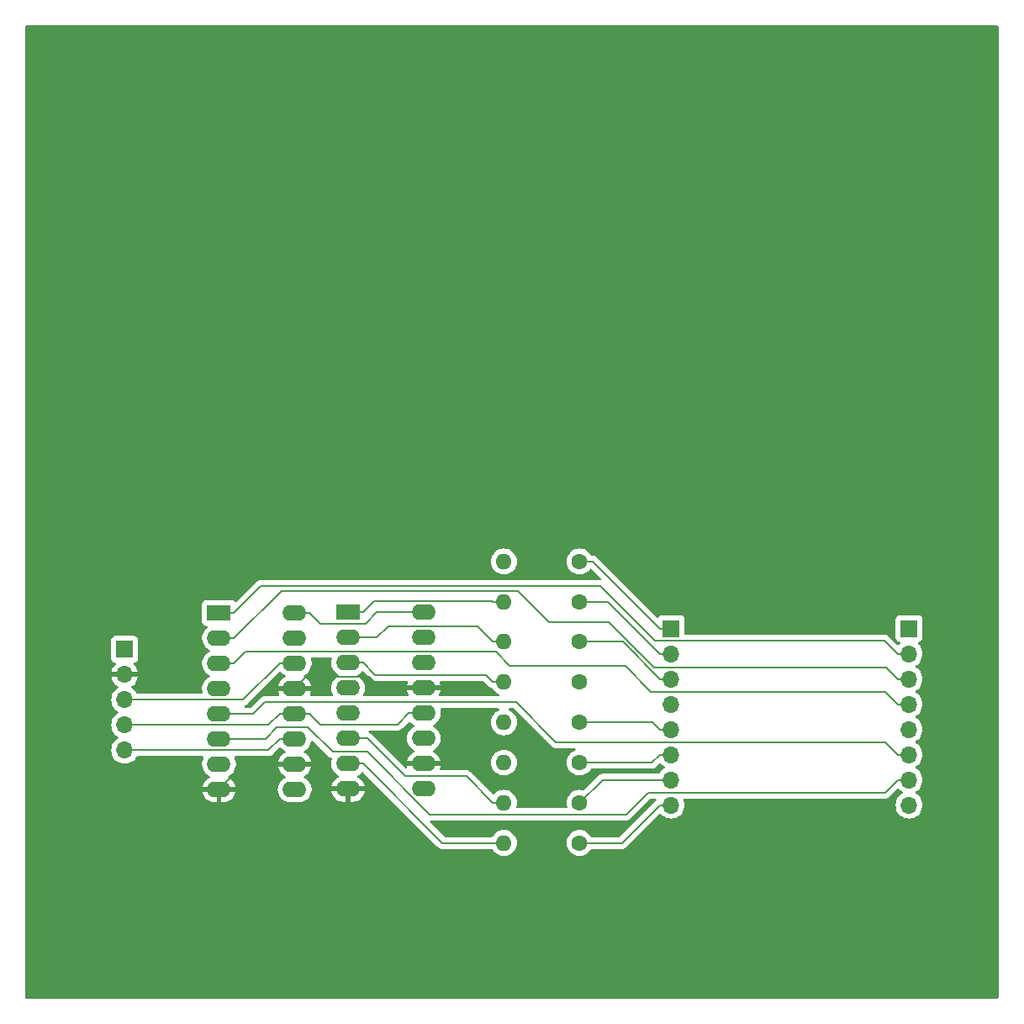
<source format=gbr>
%TF.GenerationSoftware,KiCad,Pcbnew,8.0.5*%
%TF.CreationDate,2024-10-20T14:37:55+01:00*%
%TF.ProjectId,Matrix pcb,4d617472-6978-4207-9063-622e6b696361,rev?*%
%TF.SameCoordinates,Original*%
%TF.FileFunction,Copper,L1,Top*%
%TF.FilePolarity,Positive*%
%FSLAX46Y46*%
G04 Gerber Fmt 4.6, Leading zero omitted, Abs format (unit mm)*
G04 Created by KiCad (PCBNEW 8.0.5) date 2024-10-20 14:37:55*
%MOMM*%
%LPD*%
G01*
G04 APERTURE LIST*
%TA.AperFunction,ComponentPad*%
%ADD10R,1.700000X1.700000*%
%TD*%
%TA.AperFunction,ComponentPad*%
%ADD11O,1.700000X1.700000*%
%TD*%
%TA.AperFunction,ComponentPad*%
%ADD12C,1.600000*%
%TD*%
%TA.AperFunction,ComponentPad*%
%ADD13O,1.600000X1.600000*%
%TD*%
%TA.AperFunction,ComponentPad*%
%ADD14O,2.400000X1.600000*%
%TD*%
%TA.AperFunction,ComponentPad*%
%ADD15R,2.400000X1.600000*%
%TD*%
%TA.AperFunction,Conductor*%
%ADD16C,0.200000*%
%TD*%
G04 APERTURE END LIST*
D10*
%TO.P,J2,1,Pin_1*%
%TO.N,Net-(J2-Pin_1)*%
X146500000Y-121224100D03*
D11*
%TO.P,J2,2,Pin_2*%
%TO.N,Net-(J2-Pin_2)*%
X146500000Y-123764100D03*
%TO.P,J2,3,Pin_3*%
%TO.N,Net-(J2-Pin_3)*%
X146500000Y-126304100D03*
%TO.P,J2,4,Pin_4*%
%TO.N,Net-(J2-Pin_4)*%
X146500000Y-128844100D03*
%TO.P,J2,5,Pin_5*%
%TO.N,Net-(J2-Pin_5)*%
X146500000Y-131384100D03*
%TO.P,J2,6,Pin_6*%
%TO.N,Net-(J2-Pin_6)*%
X146500000Y-133924100D03*
%TO.P,J2,7,Pin_7*%
%TO.N,Net-(J2-Pin_7)*%
X146500000Y-136464100D03*
%TO.P,J2,8,Pin_8*%
%TO.N,Net-(J2-Pin_8)*%
X146500000Y-139004100D03*
%TD*%
D12*
%TO.P,R3,1*%
%TO.N,Net-(J3-Pin_6)*%
X113310000Y-134724100D03*
D13*
%TO.P,R3,2*%
%TO.N,Net-(Columns1-QF)*%
X105690000Y-134724100D03*
%TD*%
D12*
%TO.P,R5,1*%
%TO.N,Net-(J3-Pin_4)*%
X113310000Y-126624100D03*
D13*
%TO.P,R5,2*%
%TO.N,Net-(Columns1-QD)*%
X105690000Y-126624100D03*
%TD*%
D12*
%TO.P,R2,1*%
%TO.N,Net-(J3-Pin_7)*%
X113310000Y-138774100D03*
D13*
%TO.P,R2,2*%
%TO.N,Net-(Columns1-QG)*%
X105690000Y-138774100D03*
%TD*%
D12*
%TO.P,R6,1*%
%TO.N,Net-(J3-Pin_3)*%
X113310000Y-122574100D03*
D13*
%TO.P,R6,2*%
%TO.N,Net-(Columns1-QC)*%
X105690000Y-122574100D03*
%TD*%
D14*
%TO.P,Rows1,16,VCC*%
%TO.N,+5V*%
X84620000Y-119644100D03*
%TO.P,Rows1,15,QA*%
%TO.N,Net-(J2-Pin_1)*%
X84620000Y-122184100D03*
%TO.P,Rows1,14,SER*%
%TO.N,Net-(J1-Pin_3)*%
X84620000Y-124724100D03*
%TO.P,Rows1,13,~{OE}*%
%TO.N,GND*%
X84620000Y-127264100D03*
%TO.P,Rows1,12,RCLK*%
%TO.N,Net-(Columns1-RCLK)*%
X84620000Y-129804100D03*
%TO.P,Rows1,11,SRCLK*%
%TO.N,Net-(Columns1-SRCLK)*%
X84620000Y-132344100D03*
%TO.P,Rows1,10,~{SRCLR}*%
%TO.N,GND*%
X84620000Y-134884100D03*
%TO.P,Rows1,9,QH'*%
%TO.N,Net-(Columns1-SER)*%
X84620000Y-137424100D03*
%TO.P,Rows1,8,GND*%
%TO.N,GND*%
X77000000Y-137424100D03*
%TO.P,Rows1,7,QH*%
%TO.N,Net-(J2-Pin_8)*%
X77000000Y-134884100D03*
%TO.P,Rows1,6,QG*%
%TO.N,Net-(J2-Pin_7)*%
X77000000Y-132344100D03*
%TO.P,Rows1,5,QF*%
%TO.N,Net-(J2-Pin_6)*%
X77000000Y-129804100D03*
%TO.P,Rows1,4,QE*%
%TO.N,Net-(J2-Pin_5)*%
X77000000Y-127264100D03*
%TO.P,Rows1,3,QD*%
%TO.N,Net-(J2-Pin_4)*%
X77000000Y-124724100D03*
%TO.P,Rows1,2,QC*%
%TO.N,Net-(J2-Pin_3)*%
X77000000Y-122184100D03*
D15*
%TO.P,Rows1,1,QB*%
%TO.N,Net-(J2-Pin_2)*%
X77000000Y-119644100D03*
%TD*%
D11*
%TO.P,J1,5,Pin_5*%
%TO.N,Net-(Columns1-SRCLK)*%
X67500000Y-133479100D03*
%TO.P,J1,4,Pin_4*%
%TO.N,Net-(Columns1-RCLK)*%
X67500000Y-130939100D03*
%TO.P,J1,3,Pin_3*%
%TO.N,Net-(J1-Pin_3)*%
X67500000Y-128399100D03*
%TO.P,J1,2,Pin_2*%
%TO.N,GND*%
X67500000Y-125859100D03*
D10*
%TO.P,J1,1,Pin_1*%
%TO.N,+5V*%
X67500000Y-123319100D03*
%TD*%
D12*
%TO.P,R8,1*%
%TO.N,Net-(J3-Pin_1)*%
X113310000Y-114474100D03*
D13*
%TO.P,R8,2*%
%TO.N,Net-(Columns1-QA)*%
X105690000Y-114474100D03*
%TD*%
D15*
%TO.P,Columns1,1,QB*%
%TO.N,Net-(Columns1-QB)*%
X90000000Y-119604100D03*
D14*
%TO.P,Columns1,2,QC*%
%TO.N,Net-(Columns1-QC)*%
X90000000Y-122144100D03*
%TO.P,Columns1,3,QD*%
%TO.N,Net-(Columns1-QD)*%
X90000000Y-124684100D03*
%TO.P,Columns1,4,QE*%
%TO.N,Net-(Columns1-QE)*%
X90000000Y-127224100D03*
%TO.P,Columns1,5,QF*%
%TO.N,Net-(Columns1-QF)*%
X90000000Y-129764100D03*
%TO.P,Columns1,6,QG*%
%TO.N,Net-(Columns1-QG)*%
X90000000Y-132304100D03*
%TO.P,Columns1,7,QH*%
%TO.N,Net-(Columns1-QH)*%
X90000000Y-134844100D03*
%TO.P,Columns1,8,GND*%
%TO.N,GND*%
X90000000Y-137384100D03*
%TO.P,Columns1,9,QH'*%
%TO.N,unconnected-(Columns1-QH'-Pad9)*%
X97620000Y-137384100D03*
%TO.P,Columns1,10,~{SRCLR}*%
%TO.N,GND*%
X97620000Y-134844100D03*
%TO.P,Columns1,11,SRCLK*%
%TO.N,Net-(Columns1-SRCLK)*%
X97620000Y-132304100D03*
%TO.P,Columns1,12,RCLK*%
%TO.N,Net-(Columns1-RCLK)*%
X97620000Y-129764100D03*
%TO.P,Columns1,13,~{OE}*%
%TO.N,GND*%
X97620000Y-127224100D03*
%TO.P,Columns1,14,SER*%
%TO.N,Net-(Columns1-SER)*%
X97620000Y-124684100D03*
%TO.P,Columns1,15,QA*%
%TO.N,Net-(Columns1-QA)*%
X97620000Y-122144100D03*
%TO.P,Columns1,16,VCC*%
%TO.N,+5V*%
X97620000Y-119604100D03*
%TD*%
D10*
%TO.P,J3,1,Pin_1*%
%TO.N,Net-(J3-Pin_1)*%
X122540000Y-121224100D03*
D11*
%TO.P,J3,2,Pin_2*%
%TO.N,Net-(J3-Pin_2)*%
X122540000Y-123764100D03*
%TO.P,J3,3,Pin_3*%
%TO.N,Net-(J3-Pin_3)*%
X122540000Y-126304100D03*
%TO.P,J3,4,Pin_4*%
%TO.N,Net-(J3-Pin_4)*%
X122540000Y-128844100D03*
%TO.P,J3,5,Pin_5*%
%TO.N,Net-(J3-Pin_5)*%
X122540000Y-131384100D03*
%TO.P,J3,6,Pin_6*%
%TO.N,Net-(J3-Pin_6)*%
X122540000Y-133924100D03*
%TO.P,J3,7,Pin_7*%
%TO.N,Net-(J3-Pin_7)*%
X122540000Y-136464100D03*
%TO.P,J3,8,Pin_8*%
%TO.N,Net-(J3-Pin_8)*%
X122540000Y-139004100D03*
%TD*%
D12*
%TO.P,R4,1*%
%TO.N,Net-(J3-Pin_5)*%
X113310000Y-130674100D03*
D13*
%TO.P,R4,2*%
%TO.N,Net-(Columns1-QE)*%
X105690000Y-130674100D03*
%TD*%
D12*
%TO.P,R7,1*%
%TO.N,Net-(J3-Pin_2)*%
X113310000Y-118524100D03*
D13*
%TO.P,R7,2*%
%TO.N,Net-(Columns1-QB)*%
X105690000Y-118524100D03*
%TD*%
D12*
%TO.P,R1,1*%
%TO.N,Net-(J3-Pin_8)*%
X113310000Y-142824100D03*
D13*
%TO.P,R1,2*%
%TO.N,Net-(Columns1-QH)*%
X105690000Y-142824100D03*
%TD*%
D16*
%TO.N,GND*%
X92124100Y-126124100D02*
X93224100Y-127224100D01*
X93224100Y-127224100D02*
X97620000Y-127224100D01*
X85760000Y-126124100D02*
X92124100Y-126124100D01*
X84620000Y-127264100D02*
X85760000Y-126124100D01*
X79540000Y-134884100D02*
X77000000Y-137424100D01*
X84620000Y-134884100D02*
X79540000Y-134884100D01*
%TO.N,Net-(J3-Pin_6)*%
X120588300Y-134724100D02*
X121388300Y-133924100D01*
X113310000Y-134724100D02*
X120588300Y-134724100D01*
X122540000Y-133924100D02*
X121388300Y-133924100D01*
%TO.N,Net-(J3-Pin_1)*%
X122540000Y-121224100D02*
X121388300Y-121224100D01*
X114638300Y-114474100D02*
X121388300Y-121224100D01*
X113310000Y-114474100D02*
X114638300Y-114474100D01*
%TO.N,Net-(J3-Pin_5)*%
X120678300Y-130674100D02*
X121388300Y-131384100D01*
X113310000Y-130674100D02*
X120678300Y-130674100D01*
X122540000Y-131384100D02*
X121388300Y-131384100D01*
%TO.N,Net-(J3-Pin_8)*%
X117568300Y-142824100D02*
X121388300Y-139004100D01*
X113310000Y-142824100D02*
X117568300Y-142824100D01*
X122540000Y-139004100D02*
X121388300Y-139004100D01*
%TO.N,Net-(J3-Pin_2)*%
X122540000Y-123764100D02*
X121388300Y-123764100D01*
X116148300Y-118524100D02*
X121388300Y-123764100D01*
X113310000Y-118524100D02*
X116148300Y-118524100D01*
%TO.N,Net-(J3-Pin_7)*%
X115620000Y-136464100D02*
X122540000Y-136464100D01*
X113310000Y-138774100D02*
X115620000Y-136464100D01*
%TO.N,Net-(J3-Pin_3)*%
X122540000Y-126304100D02*
X121388300Y-126304100D01*
X117658300Y-122574100D02*
X121388300Y-126304100D01*
X113310000Y-122574100D02*
X117658300Y-122574100D01*
%TO.N,Net-(J2-Pin_6)*%
X144078300Y-132654100D02*
X145348300Y-133924100D01*
X110939200Y-132654100D02*
X144078300Y-132654100D01*
X106936500Y-128651400D02*
X110939200Y-132654100D01*
X81586600Y-128651400D02*
X106936500Y-128651400D01*
X80433900Y-129804100D02*
X81586600Y-128651400D01*
X77000000Y-129804100D02*
X80433900Y-129804100D01*
X146500000Y-133924100D02*
X145348300Y-133924100D01*
%TO.N,Net-(J2-Pin_7)*%
X144078300Y-137734100D02*
X145348300Y-136464100D01*
X120207800Y-137734100D02*
X144078300Y-137734100D01*
X118010100Y-139931800D02*
X120207800Y-137734100D01*
X98209600Y-139931800D02*
X118010100Y-139931800D01*
X91938300Y-133660500D02*
X98209600Y-139931800D01*
X88445900Y-133660500D02*
X91938300Y-133660500D01*
X85969300Y-131183900D02*
X88445900Y-133660500D01*
X82823000Y-131183900D02*
X85969300Y-131183900D01*
X81662800Y-132344100D02*
X82823000Y-131183900D01*
X77000000Y-132344100D02*
X81662800Y-132344100D01*
X146500000Y-136464100D02*
X145348300Y-136464100D01*
%TO.N,Net-(J2-Pin_3)*%
X146500000Y-126304100D02*
X145348300Y-126304100D01*
X77000000Y-122184100D02*
X78501700Y-122184100D01*
X144196600Y-125152400D02*
X145348300Y-126304100D01*
X120849700Y-125152400D02*
X144196600Y-125152400D01*
X116246400Y-120549100D02*
X120849700Y-125152400D01*
X110209100Y-120549100D02*
X116246400Y-120549100D01*
X107075000Y-117415000D02*
X110209100Y-120549100D01*
X83270800Y-117415000D02*
X107075000Y-117415000D01*
X78501700Y-122184100D02*
X83270800Y-117415000D01*
%TO.N,Net-(J2-Pin_2)*%
X144018300Y-122434100D02*
X145348300Y-123764100D01*
X120895400Y-122434100D02*
X144018300Y-122434100D01*
X115424800Y-116963500D02*
X120895400Y-122434100D01*
X81182300Y-116963500D02*
X115424800Y-116963500D01*
X78501700Y-119644100D02*
X81182300Y-116963500D01*
X77000000Y-119644100D02*
X78501700Y-119644100D01*
X146500000Y-123764100D02*
X145348300Y-123764100D01*
%TO.N,Net-(J2-Pin_4)*%
X144078300Y-127574100D02*
X145348300Y-128844100D01*
X120507400Y-127574100D02*
X144078300Y-127574100D01*
X117907900Y-124974600D02*
X120507400Y-127574100D01*
X106290600Y-124974600D02*
X117907900Y-124974600D01*
X104863400Y-123547400D02*
X106290600Y-124974600D01*
X79678400Y-123547400D02*
X104863400Y-123547400D01*
X78501700Y-124724100D02*
X79678400Y-123547400D01*
X77000000Y-124724100D02*
X78501700Y-124724100D01*
X146500000Y-128844100D02*
X145348300Y-128844100D01*
%TO.N,Net-(J1-Pin_3)*%
X79443300Y-128399100D02*
X83118300Y-124724100D01*
X67500000Y-128399100D02*
X79443300Y-128399100D01*
X84620000Y-124724100D02*
X83118300Y-124724100D01*
%TO.N,Net-(Columns1-RCLK)*%
X83869200Y-129804100D02*
X83118300Y-129804100D01*
X83869200Y-129804100D02*
X84620000Y-129804100D01*
X84620000Y-129804100D02*
X86121700Y-129804100D01*
X87210300Y-130892700D02*
X86121700Y-129804100D01*
X94989700Y-130892700D02*
X87210300Y-130892700D01*
X96118300Y-129764100D02*
X94989700Y-130892700D01*
X81983300Y-130939100D02*
X67500000Y-130939100D01*
X83118300Y-129804100D02*
X81983300Y-130939100D01*
X97620000Y-129764100D02*
X96118300Y-129764100D01*
%TO.N,Net-(Columns1-QG)*%
X101928300Y-136114100D02*
X104588300Y-138774100D01*
X95745800Y-136114100D02*
X101928300Y-136114100D01*
X91935800Y-132304100D02*
X95745800Y-136114100D01*
X90000000Y-132304100D02*
X91935800Y-132304100D01*
X105690000Y-138774100D02*
X104588300Y-138774100D01*
%TO.N,Net-(Columns1-SRCLK)*%
X81983300Y-133479100D02*
X83118300Y-132344100D01*
X67500000Y-133479100D02*
X81983300Y-133479100D01*
X84620000Y-132344100D02*
X83118300Y-132344100D01*
%TO.N,Net-(Columns1-QC)*%
X103051800Y-121037600D02*
X104588300Y-122574100D01*
X94022600Y-121037600D02*
X103051800Y-121037600D01*
X92916100Y-122144100D02*
X94022600Y-121037600D01*
X90000000Y-122144100D02*
X92916100Y-122144100D01*
X105690000Y-122574100D02*
X104588300Y-122574100D01*
%TO.N,+5V*%
X92904300Y-119604100D02*
X97620000Y-119604100D01*
X91795800Y-120712600D02*
X92904300Y-119604100D01*
X87190200Y-120712600D02*
X91795800Y-120712600D01*
X86121700Y-119644100D02*
X87190200Y-120712600D01*
X84620000Y-119644100D02*
X86121700Y-119644100D01*
%TO.N,Net-(Columns1-QH)*%
X99481700Y-142824100D02*
X105690000Y-142824100D01*
X91501700Y-134844100D02*
X99481700Y-142824100D01*
X90000000Y-134844100D02*
X91501700Y-134844100D01*
%TO.N,Net-(Columns1-QD)*%
X103877000Y-125912800D02*
X104588300Y-126624100D01*
X92730400Y-125912800D02*
X103877000Y-125912800D01*
X91501700Y-124684100D02*
X92730400Y-125912800D01*
X90000000Y-124684100D02*
X91501700Y-124684100D01*
X105690000Y-126624100D02*
X104588300Y-126624100D01*
%TO.N,Net-(Columns1-QB)*%
X104566500Y-118502300D02*
X104588300Y-118524100D01*
X92603500Y-118502300D02*
X104566500Y-118502300D01*
X91501700Y-119604100D02*
X92603500Y-118502300D01*
X90000000Y-119604100D02*
X91501700Y-119604100D01*
X105690000Y-118524100D02*
X104588300Y-118524100D01*
%TD*%
%TA.AperFunction,Conductor*%
%TO.N,GND*%
G36*
X105170384Y-129271585D02*
G01*
X105216139Y-129324389D01*
X105226083Y-129393547D01*
X105197058Y-129457103D01*
X105155751Y-129488281D01*
X105131553Y-129499565D01*
X105037267Y-129543531D01*
X105037265Y-129543532D01*
X104850858Y-129674054D01*
X104689954Y-129834958D01*
X104559432Y-130021365D01*
X104559431Y-130021367D01*
X104463261Y-130227602D01*
X104463258Y-130227611D01*
X104404366Y-130447402D01*
X104404364Y-130447413D01*
X104384532Y-130674098D01*
X104384532Y-130674101D01*
X104404364Y-130900786D01*
X104404366Y-130900797D01*
X104463258Y-131120588D01*
X104463261Y-131120597D01*
X104559431Y-131326832D01*
X104559432Y-131326834D01*
X104689954Y-131513241D01*
X104850858Y-131674145D01*
X104850861Y-131674147D01*
X105037266Y-131804668D01*
X105243504Y-131900839D01*
X105463308Y-131959735D01*
X105614173Y-131972934D01*
X105689998Y-131979568D01*
X105690000Y-131979568D01*
X105690002Y-131979568D01*
X105746673Y-131974609D01*
X105916692Y-131959735D01*
X106136496Y-131900839D01*
X106342734Y-131804668D01*
X106529139Y-131674147D01*
X106690047Y-131513239D01*
X106820568Y-131326834D01*
X106916739Y-131120596D01*
X106975635Y-130900792D01*
X106995468Y-130674100D01*
X106975635Y-130447408D01*
X106928773Y-130272515D01*
X106916741Y-130227611D01*
X106916738Y-130227602D01*
X106900873Y-130193579D01*
X106820568Y-130021366D01*
X106690047Y-129834961D01*
X106690045Y-129834958D01*
X106529141Y-129674054D01*
X106342734Y-129543532D01*
X106342732Y-129543531D01*
X106296411Y-129521931D01*
X106224249Y-129488281D01*
X106171811Y-129442110D01*
X106152659Y-129374916D01*
X106172875Y-129308035D01*
X106226040Y-129262700D01*
X106276655Y-129251900D01*
X106636403Y-129251900D01*
X106703442Y-129271585D01*
X106724083Y-129288218D01*
X110570484Y-133134620D01*
X110570486Y-133134621D01*
X110570490Y-133134624D01*
X110668680Y-133191313D01*
X110707416Y-133213677D01*
X110860143Y-133254601D01*
X110860145Y-133254601D01*
X111025854Y-133254601D01*
X111025870Y-133254600D01*
X112827625Y-133254600D01*
X112894664Y-133274285D01*
X112940419Y-133327089D01*
X112950363Y-133396247D01*
X112921338Y-133459803D01*
X112868063Y-133494039D01*
X112868598Y-133495507D01*
X112863502Y-133497361D01*
X112657267Y-133593531D01*
X112657265Y-133593532D01*
X112470858Y-133724054D01*
X112309954Y-133884958D01*
X112179432Y-134071365D01*
X112179431Y-134071367D01*
X112083261Y-134277602D01*
X112083258Y-134277611D01*
X112024366Y-134497402D01*
X112024364Y-134497413D01*
X112004532Y-134724098D01*
X112004532Y-134724101D01*
X112024364Y-134950786D01*
X112024366Y-134950797D01*
X112083258Y-135170588D01*
X112083261Y-135170597D01*
X112179431Y-135376832D01*
X112179432Y-135376834D01*
X112309954Y-135563241D01*
X112470858Y-135724145D01*
X112480640Y-135730994D01*
X112657266Y-135854668D01*
X112863504Y-135950839D01*
X112863509Y-135950840D01*
X112863511Y-135950841D01*
X112916415Y-135965016D01*
X113083308Y-136009735D01*
X113245230Y-136023901D01*
X113309998Y-136029568D01*
X113310000Y-136029568D01*
X113310002Y-136029568D01*
X113366673Y-136024609D01*
X113536692Y-136009735D01*
X113756496Y-135950839D01*
X113962734Y-135854668D01*
X114149139Y-135724147D01*
X114310047Y-135563239D01*
X114440118Y-135377475D01*
X114494693Y-135333852D01*
X114541692Y-135324600D01*
X120501631Y-135324600D01*
X120501647Y-135324601D01*
X120509243Y-135324601D01*
X120667354Y-135324601D01*
X120667357Y-135324601D01*
X120820085Y-135283677D01*
X120870204Y-135254739D01*
X120957016Y-135204620D01*
X121068820Y-135092816D01*
X121068820Y-135092814D01*
X121079028Y-135082607D01*
X121079030Y-135082604D01*
X121346139Y-134815494D01*
X121407460Y-134782011D01*
X121477152Y-134786995D01*
X121521499Y-134815495D01*
X121668599Y-134962595D01*
X121668602Y-134962597D01*
X121668603Y-134962598D01*
X121854158Y-135092525D01*
X121897783Y-135147102D01*
X121904977Y-135216600D01*
X121873454Y-135278955D01*
X121854158Y-135295675D01*
X121668597Y-135425605D01*
X121501506Y-135592696D01*
X121365965Y-135786270D01*
X121365962Y-135786275D01*
X121363289Y-135792009D01*
X121317115Y-135844446D01*
X121250909Y-135863600D01*
X115540940Y-135863600D01*
X115500019Y-135874564D01*
X115500019Y-135874565D01*
X115494399Y-135876071D01*
X115388214Y-135904523D01*
X115388209Y-135904526D01*
X115251290Y-135983575D01*
X115251282Y-135983581D01*
X115139478Y-136095386D01*
X113752705Y-137482158D01*
X113691382Y-137515643D01*
X113632931Y-137514252D01*
X113536697Y-137488466D01*
X113536693Y-137488465D01*
X113536692Y-137488465D01*
X113536691Y-137488464D01*
X113536686Y-137488464D01*
X113310002Y-137468632D01*
X113309998Y-137468632D01*
X113083313Y-137488464D01*
X113083302Y-137488466D01*
X112863511Y-137547358D01*
X112863502Y-137547361D01*
X112657267Y-137643531D01*
X112657265Y-137643532D01*
X112470858Y-137774054D01*
X112309954Y-137934958D01*
X112179432Y-138121365D01*
X112179431Y-138121367D01*
X112083261Y-138327602D01*
X112083258Y-138327611D01*
X112024366Y-138547402D01*
X112024364Y-138547413D01*
X112004532Y-138774098D01*
X112004532Y-138774101D01*
X112024364Y-139000786D01*
X112024366Y-139000797D01*
X112071099Y-139175207D01*
X112069436Y-139245057D01*
X112030273Y-139302919D01*
X111966045Y-139330423D01*
X111951324Y-139331300D01*
X107048676Y-139331300D01*
X106981637Y-139311615D01*
X106935882Y-139258811D01*
X106925938Y-139189653D01*
X106928901Y-139175207D01*
X106937581Y-139142813D01*
X106975635Y-139000792D01*
X106995468Y-138774100D01*
X106975635Y-138547408D01*
X106916739Y-138327604D01*
X106820568Y-138121366D01*
X106690047Y-137934961D01*
X106690045Y-137934958D01*
X106529141Y-137774054D01*
X106342734Y-137643532D01*
X106342732Y-137643531D01*
X106136497Y-137547361D01*
X106136488Y-137547358D01*
X105916697Y-137488466D01*
X105916693Y-137488465D01*
X105916692Y-137488465D01*
X105916691Y-137488464D01*
X105916686Y-137488464D01*
X105690002Y-137468632D01*
X105689998Y-137468632D01*
X105463313Y-137488464D01*
X105463302Y-137488466D01*
X105243511Y-137547358D01*
X105243502Y-137547361D01*
X105037267Y-137643531D01*
X105037265Y-137643532D01*
X104850858Y-137774054D01*
X104731855Y-137893058D01*
X104670532Y-137926543D01*
X104600840Y-137921559D01*
X104556493Y-137893058D01*
X102415890Y-135752455D01*
X102415888Y-135752452D01*
X102297017Y-135633581D01*
X102297009Y-135633575D01*
X102175182Y-135563239D01*
X102175179Y-135563238D01*
X102160085Y-135554523D01*
X102007357Y-135513599D01*
X101849243Y-135513599D01*
X101841647Y-135513599D01*
X101841631Y-135513600D01*
X99339724Y-135513600D01*
X99272685Y-135493915D01*
X99226930Y-135441111D01*
X99216986Y-135371953D01*
X99223591Y-135347871D01*
X99223251Y-135347761D01*
X99287990Y-135148513D01*
X99296609Y-135094100D01*
X97935686Y-135094100D01*
X97940080Y-135089706D01*
X97992741Y-134998494D01*
X98020000Y-134896761D01*
X98020000Y-134791439D01*
X98001956Y-134724098D01*
X104384532Y-134724098D01*
X104384532Y-134724101D01*
X104404364Y-134950786D01*
X104404366Y-134950797D01*
X104463258Y-135170588D01*
X104463261Y-135170597D01*
X104559431Y-135376832D01*
X104559432Y-135376834D01*
X104689954Y-135563241D01*
X104850858Y-135724145D01*
X104860640Y-135730994D01*
X105037266Y-135854668D01*
X105243504Y-135950839D01*
X105243509Y-135950840D01*
X105243511Y-135950841D01*
X105296415Y-135965016D01*
X105463308Y-136009735D01*
X105625230Y-136023901D01*
X105689998Y-136029568D01*
X105690000Y-136029568D01*
X105690002Y-136029568D01*
X105746673Y-136024609D01*
X105916692Y-136009735D01*
X106136496Y-135950839D01*
X106342734Y-135854668D01*
X106529139Y-135724147D01*
X106690047Y-135563239D01*
X106820568Y-135376834D01*
X106916739Y-135170596D01*
X106975635Y-134950792D01*
X106995468Y-134724100D01*
X106975635Y-134497408D01*
X106916739Y-134277604D01*
X106820568Y-134071366D01*
X106690047Y-133884961D01*
X106690045Y-133884958D01*
X106529141Y-133724054D01*
X106342734Y-133593532D01*
X106342732Y-133593531D01*
X106136497Y-133497361D01*
X106136488Y-133497358D01*
X105916697Y-133438466D01*
X105916693Y-133438465D01*
X105916692Y-133438465D01*
X105916691Y-133438464D01*
X105916686Y-133438464D01*
X105690002Y-133418632D01*
X105689998Y-133418632D01*
X105463313Y-133438464D01*
X105463302Y-133438466D01*
X105243511Y-133497358D01*
X105243502Y-133497361D01*
X105037267Y-133593531D01*
X105037265Y-133593532D01*
X104850858Y-133724054D01*
X104689954Y-133884958D01*
X104559432Y-134071365D01*
X104559431Y-134071367D01*
X104463261Y-134277602D01*
X104463258Y-134277611D01*
X104404366Y-134497402D01*
X104404364Y-134497413D01*
X104384532Y-134724098D01*
X98001956Y-134724098D01*
X97992741Y-134689706D01*
X97940080Y-134598494D01*
X97935686Y-134594100D01*
X99296609Y-134594100D01*
X99287990Y-134539686D01*
X99224755Y-134345070D01*
X99131859Y-134162750D01*
X99011582Y-133997205D01*
X99011582Y-133997204D01*
X98866895Y-133852517D01*
X98701349Y-133732240D01*
X98608370Y-133684865D01*
X98557574Y-133636890D01*
X98540779Y-133569069D01*
X98563316Y-133502935D01*
X98608370Y-133463895D01*
X98701610Y-133416387D01*
X98733167Y-133393460D01*
X98867213Y-133296071D01*
X98867215Y-133296068D01*
X98867219Y-133296066D01*
X99011966Y-133151319D01*
X99011968Y-133151315D01*
X99011971Y-133151313D01*
X99077438Y-133061204D01*
X99132287Y-132985710D01*
X99225220Y-132803319D01*
X99288477Y-132608634D01*
X99320500Y-132406452D01*
X99320500Y-132201748D01*
X99295325Y-132042800D01*
X99288477Y-131999565D01*
X99239359Y-131848397D01*
X99225220Y-131804881D01*
X99225218Y-131804878D01*
X99225218Y-131804876D01*
X99174267Y-131704881D01*
X99132287Y-131622490D01*
X99091019Y-131565689D01*
X99011971Y-131456886D01*
X98867213Y-131312128D01*
X98701614Y-131191815D01*
X98667637Y-131174503D01*
X98608917Y-131144583D01*
X98558123Y-131096611D01*
X98541328Y-131028790D01*
X98563865Y-130962655D01*
X98608917Y-130923616D01*
X98701610Y-130876387D01*
X98722770Y-130861013D01*
X98867213Y-130756071D01*
X98867215Y-130756068D01*
X98867219Y-130756066D01*
X99011966Y-130611319D01*
X99011968Y-130611315D01*
X99011971Y-130611313D01*
X99083618Y-130512697D01*
X99132287Y-130445710D01*
X99225220Y-130263319D01*
X99288477Y-130068634D01*
X99320500Y-129866452D01*
X99320500Y-129661748D01*
X99298355Y-129521930D01*
X99288477Y-129459565D01*
X99273743Y-129414219D01*
X99271748Y-129344377D01*
X99307828Y-129284544D01*
X99370529Y-129253716D01*
X99391674Y-129251900D01*
X105103345Y-129251900D01*
X105170384Y-129271585D01*
G37*
%TD.AperFunction*%
%TA.AperFunction,Conductor*%
G36*
X96217508Y-130616639D02*
G01*
X96261855Y-130645140D01*
X96372786Y-130756071D01*
X96527749Y-130868656D01*
X96538390Y-130876387D01*
X96624839Y-130920435D01*
X96631080Y-130923615D01*
X96681876Y-130971590D01*
X96698671Y-131039411D01*
X96676134Y-131105546D01*
X96631080Y-131144585D01*
X96538386Y-131191815D01*
X96372786Y-131312128D01*
X96228028Y-131456886D01*
X96107715Y-131622486D01*
X96014781Y-131804876D01*
X95951522Y-131999565D01*
X95919500Y-132201748D01*
X95919500Y-132406451D01*
X95951522Y-132608634D01*
X96014781Y-132803323D01*
X96107715Y-132985713D01*
X96228028Y-133151313D01*
X96372786Y-133296071D01*
X96506833Y-133393460D01*
X96538390Y-133416387D01*
X96610424Y-133453090D01*
X96631629Y-133463895D01*
X96682425Y-133511870D01*
X96699220Y-133579691D01*
X96676682Y-133645826D01*
X96631629Y-133684865D01*
X96538650Y-133732240D01*
X96373105Y-133852517D01*
X96373104Y-133852517D01*
X96228417Y-133997204D01*
X96228417Y-133997205D01*
X96108140Y-134162750D01*
X96015244Y-134345070D01*
X95952009Y-134539686D01*
X95943391Y-134594100D01*
X97304314Y-134594100D01*
X97299920Y-134598494D01*
X97247259Y-134689706D01*
X97220000Y-134791439D01*
X97220000Y-134896761D01*
X97247259Y-134998494D01*
X97299920Y-135089706D01*
X97304314Y-135094100D01*
X95943391Y-135094100D01*
X95952772Y-135153329D01*
X95950871Y-135153629D01*
X95947776Y-135215263D01*
X95907100Y-135272072D01*
X95842168Y-135297872D01*
X95773596Y-135284471D01*
X95743020Y-135262084D01*
X92423390Y-131942455D01*
X92423388Y-131942452D01*
X92304517Y-131823581D01*
X92304516Y-131823580D01*
X92217704Y-131773460D01*
X92217704Y-131773459D01*
X92217700Y-131773458D01*
X92167585Y-131744523D01*
X92139414Y-131736974D01*
X92079754Y-131700610D01*
X92049225Y-131637763D01*
X92057520Y-131568388D01*
X92102005Y-131514510D01*
X92168557Y-131493235D01*
X92171508Y-131493200D01*
X94903031Y-131493200D01*
X94903047Y-131493201D01*
X94910643Y-131493201D01*
X95068754Y-131493201D01*
X95068757Y-131493201D01*
X95221485Y-131452277D01*
X95284864Y-131415685D01*
X95358416Y-131373220D01*
X95470220Y-131261416D01*
X95470220Y-131261414D01*
X95480424Y-131251211D01*
X95480428Y-131251206D01*
X96086495Y-130645138D01*
X96147816Y-130611655D01*
X96217508Y-130616639D01*
G37*
%TD.AperFunction*%
%TA.AperFunction,Conductor*%
G36*
X83217508Y-125576639D02*
G01*
X83261855Y-125605140D01*
X83372786Y-125716071D01*
X83483330Y-125796384D01*
X83538390Y-125836387D01*
X83610424Y-125873090D01*
X83631629Y-125883895D01*
X83682425Y-125931870D01*
X83699220Y-125999691D01*
X83676682Y-126065826D01*
X83631629Y-126104865D01*
X83538650Y-126152240D01*
X83373105Y-126272517D01*
X83373104Y-126272517D01*
X83228417Y-126417204D01*
X83228417Y-126417205D01*
X83108140Y-126582750D01*
X83015244Y-126765070D01*
X82952009Y-126959686D01*
X82943391Y-127014100D01*
X84304314Y-127014100D01*
X84299920Y-127018494D01*
X84247259Y-127109706D01*
X84220000Y-127211439D01*
X84220000Y-127316761D01*
X84247259Y-127418494D01*
X84299920Y-127509706D01*
X84304314Y-127514100D01*
X82943391Y-127514100D01*
X82952009Y-127568513D01*
X83015245Y-127763132D01*
X83070005Y-127870606D01*
X83082901Y-127939275D01*
X83056624Y-128004015D01*
X82999518Y-128044272D01*
X82959520Y-128050900D01*
X81673269Y-128050900D01*
X81673253Y-128050899D01*
X81665657Y-128050899D01*
X81507543Y-128050899D01*
X81400187Y-128079665D01*
X81354810Y-128091824D01*
X81354809Y-128091825D01*
X81304696Y-128120759D01*
X81304695Y-128120760D01*
X81282322Y-128133677D01*
X81217885Y-128170879D01*
X81217882Y-128170881D01*
X81106078Y-128282686D01*
X80221484Y-129167281D01*
X80160161Y-129200766D01*
X80133803Y-129203600D01*
X79702893Y-129203600D01*
X79635854Y-129183915D01*
X79590099Y-129131111D01*
X79580155Y-129061953D01*
X79609180Y-128998397D01*
X79667958Y-128960623D01*
X79670785Y-128959828D01*
X79675085Y-128958677D01*
X79747477Y-128916881D01*
X79812016Y-128879620D01*
X79923820Y-128767816D01*
X79923820Y-128767814D01*
X79934024Y-128757611D01*
X79934028Y-128757606D01*
X83086495Y-125605138D01*
X83147816Y-125571655D01*
X83217508Y-125576639D01*
G37*
%TD.AperFunction*%
%TA.AperFunction,Conductor*%
G36*
X88303163Y-124167585D02*
G01*
X88348918Y-124220389D01*
X88358862Y-124289547D01*
X88354055Y-124310218D01*
X88331523Y-124379561D01*
X88331523Y-124379564D01*
X88299500Y-124581748D01*
X88299500Y-124786451D01*
X88331522Y-124988634D01*
X88394781Y-125183323D01*
X88445915Y-125283677D01*
X88473831Y-125338466D01*
X88487715Y-125365713D01*
X88608028Y-125531313D01*
X88752786Y-125676071D01*
X88884217Y-125771559D01*
X88918390Y-125796387D01*
X89001652Y-125838811D01*
X89011080Y-125843615D01*
X89061876Y-125891590D01*
X89078671Y-125959411D01*
X89056134Y-126025546D01*
X89011080Y-126064585D01*
X88918386Y-126111815D01*
X88752786Y-126232128D01*
X88608028Y-126376886D01*
X88487715Y-126542486D01*
X88394781Y-126724876D01*
X88331522Y-126919565D01*
X88299500Y-127121748D01*
X88299500Y-127326451D01*
X88331522Y-127528634D01*
X88394781Y-127723323D01*
X88469826Y-127870605D01*
X88482722Y-127939274D01*
X88456446Y-128004015D01*
X88399339Y-128044272D01*
X88359341Y-128050900D01*
X86280480Y-128050900D01*
X86213441Y-128031215D01*
X86167686Y-127978411D01*
X86157742Y-127909253D01*
X86169995Y-127870606D01*
X86224754Y-127763132D01*
X86287990Y-127568513D01*
X86296609Y-127514100D01*
X84935686Y-127514100D01*
X84940080Y-127509706D01*
X84992741Y-127418494D01*
X85020000Y-127316761D01*
X85020000Y-127211439D01*
X84992741Y-127109706D01*
X84940080Y-127018494D01*
X84935686Y-127014100D01*
X86296609Y-127014100D01*
X86287990Y-126959686D01*
X86224755Y-126765070D01*
X86131859Y-126582750D01*
X86011582Y-126417205D01*
X86011582Y-126417204D01*
X85866895Y-126272517D01*
X85701349Y-126152240D01*
X85608370Y-126104865D01*
X85557574Y-126056890D01*
X85540779Y-125989069D01*
X85563316Y-125922935D01*
X85608370Y-125883895D01*
X85610804Y-125882655D01*
X85701610Y-125836387D01*
X85756670Y-125796384D01*
X85867213Y-125716071D01*
X85867215Y-125716068D01*
X85867219Y-125716066D01*
X86011966Y-125571319D01*
X86011968Y-125571315D01*
X86011971Y-125571313D01*
X86106499Y-125441204D01*
X86132287Y-125405710D01*
X86225220Y-125223319D01*
X86288477Y-125028634D01*
X86320500Y-124826452D01*
X86320500Y-124621748D01*
X86288477Y-124419566D01*
X86288476Y-124419562D01*
X86288476Y-124419561D01*
X86252948Y-124310218D01*
X86250953Y-124240377D01*
X86287033Y-124180544D01*
X86349734Y-124149716D01*
X86370879Y-124147900D01*
X88236124Y-124147900D01*
X88303163Y-124167585D01*
G37*
%TD.AperFunction*%
%TA.AperFunction,Conductor*%
G36*
X91489159Y-125536640D02*
G01*
X91533506Y-125565141D01*
X92245539Y-126277174D01*
X92245549Y-126277185D01*
X92249879Y-126281515D01*
X92249880Y-126281516D01*
X92361684Y-126393320D01*
X92402502Y-126416886D01*
X92418439Y-126426087D01*
X92418438Y-126426087D01*
X92418441Y-126426088D01*
X92498609Y-126472374D01*
X92498610Y-126472374D01*
X92498615Y-126472377D01*
X92651342Y-126513300D01*
X92651343Y-126513300D01*
X95920797Y-126513300D01*
X95987836Y-126532985D01*
X96033591Y-126585789D01*
X96043535Y-126654947D01*
X96031281Y-126693596D01*
X96015244Y-126725068D01*
X95952009Y-126919686D01*
X95943391Y-126974100D01*
X97304314Y-126974100D01*
X97299920Y-126978494D01*
X97247259Y-127069706D01*
X97220000Y-127171439D01*
X97220000Y-127276761D01*
X97247259Y-127378494D01*
X97299920Y-127469706D01*
X97304314Y-127474100D01*
X95943391Y-127474100D01*
X95952009Y-127528513D01*
X96015245Y-127723132D01*
X96090386Y-127870606D01*
X96103282Y-127939275D01*
X96077005Y-128004015D01*
X96019899Y-128044272D01*
X95979901Y-128050900D01*
X91640659Y-128050900D01*
X91573620Y-128031215D01*
X91527865Y-127978411D01*
X91517921Y-127909253D01*
X91530174Y-127870605D01*
X91605218Y-127723323D01*
X91605218Y-127723322D01*
X91605220Y-127723319D01*
X91668477Y-127528634D01*
X91700500Y-127326452D01*
X91700500Y-127121748D01*
X91678355Y-126981930D01*
X91668477Y-126919565D01*
X91624630Y-126784618D01*
X91605220Y-126724881D01*
X91605218Y-126724878D01*
X91605218Y-126724876D01*
X91553868Y-126624098D01*
X91512287Y-126542490D01*
X91495895Y-126519928D01*
X91391971Y-126376886D01*
X91247213Y-126232128D01*
X91081614Y-126111815D01*
X91067424Y-126104585D01*
X90988917Y-126064583D01*
X90938123Y-126016611D01*
X90921328Y-125948790D01*
X90943865Y-125882655D01*
X90988917Y-125843616D01*
X91081610Y-125796387D01*
X91155012Y-125743058D01*
X91247213Y-125676071D01*
X91247215Y-125676068D01*
X91247219Y-125676066D01*
X91358144Y-125565141D01*
X91419467Y-125531656D01*
X91489159Y-125536640D01*
G37*
%TD.AperFunction*%
%TA.AperFunction,Conductor*%
G36*
X103643942Y-126532985D02*
G01*
X103664584Y-126549619D01*
X104103439Y-126988474D01*
X104103449Y-126988485D01*
X104107779Y-126992815D01*
X104107780Y-126992816D01*
X104219584Y-127104620D01*
X104249251Y-127121748D01*
X104272913Y-127135409D01*
X104272912Y-127135409D01*
X104272915Y-127135410D01*
X104356509Y-127183674D01*
X104356511Y-127183675D01*
X104356512Y-127183675D01*
X104356515Y-127183677D01*
X104483331Y-127217657D01*
X104542988Y-127254019D01*
X104558624Y-127275433D01*
X104559434Y-127276837D01*
X104689954Y-127463241D01*
X104850858Y-127624145D01*
X104850861Y-127624147D01*
X105037266Y-127754668D01*
X105146500Y-127805605D01*
X105165614Y-127814518D01*
X105218053Y-127860691D01*
X105237205Y-127927884D01*
X105216989Y-127994765D01*
X105163824Y-128040100D01*
X105113209Y-128050900D01*
X99260099Y-128050900D01*
X99193060Y-128031215D01*
X99147305Y-127978411D01*
X99137361Y-127909253D01*
X99149614Y-127870606D01*
X99224754Y-127723132D01*
X99287990Y-127528513D01*
X99296609Y-127474100D01*
X97935686Y-127474100D01*
X97940080Y-127469706D01*
X97992741Y-127378494D01*
X98020000Y-127276761D01*
X98020000Y-127171439D01*
X97992741Y-127069706D01*
X97940080Y-126978494D01*
X97935686Y-126974100D01*
X99296609Y-126974100D01*
X99287990Y-126919686D01*
X99224755Y-126725068D01*
X99208719Y-126693596D01*
X99195822Y-126624926D01*
X99222098Y-126560186D01*
X99279204Y-126519928D01*
X99319203Y-126513300D01*
X103576903Y-126513300D01*
X103643942Y-126532985D01*
G37*
%TD.AperFunction*%
%TA.AperFunction,Conductor*%
G36*
X155442539Y-60520185D02*
G01*
X155488294Y-60572989D01*
X155499500Y-60624500D01*
X155499500Y-158375500D01*
X155479815Y-158442539D01*
X155427011Y-158488294D01*
X155375500Y-158499500D01*
X57624500Y-158499500D01*
X57557461Y-158479815D01*
X57511706Y-158427011D01*
X57500500Y-158375500D01*
X57500500Y-128399099D01*
X66144341Y-128399099D01*
X66144341Y-128399100D01*
X66164936Y-128634503D01*
X66164938Y-128634513D01*
X66226094Y-128862755D01*
X66226096Y-128862759D01*
X66226097Y-128862763D01*
X66289906Y-128999601D01*
X66325965Y-129076930D01*
X66325967Y-129076934D01*
X66398062Y-129179895D01*
X66448480Y-129251900D01*
X66461501Y-129270495D01*
X66461506Y-129270502D01*
X66628597Y-129437593D01*
X66628603Y-129437598D01*
X66814158Y-129567525D01*
X66857783Y-129622102D01*
X66864977Y-129691600D01*
X66833454Y-129753955D01*
X66814158Y-129770675D01*
X66628597Y-129900605D01*
X66461505Y-130067697D01*
X66325965Y-130261269D01*
X66325964Y-130261271D01*
X66226098Y-130475435D01*
X66226094Y-130475444D01*
X66164938Y-130703686D01*
X66164936Y-130703696D01*
X66144341Y-130939099D01*
X66144341Y-130939100D01*
X66164936Y-131174503D01*
X66164938Y-131174513D01*
X66226094Y-131402755D01*
X66226096Y-131402759D01*
X66226097Y-131402763D01*
X66305884Y-131573866D01*
X66325965Y-131616930D01*
X66325967Y-131616934D01*
X66371000Y-131681247D01*
X66457566Y-131804876D01*
X66461501Y-131810495D01*
X66461506Y-131810502D01*
X66628597Y-131977593D01*
X66628603Y-131977598D01*
X66814158Y-132107525D01*
X66857783Y-132162102D01*
X66864977Y-132231600D01*
X66833454Y-132293955D01*
X66814158Y-132310675D01*
X66628597Y-132440605D01*
X66461505Y-132607697D01*
X66325965Y-132801269D01*
X66325964Y-132801271D01*
X66226098Y-133015435D01*
X66226094Y-133015444D01*
X66164938Y-133243686D01*
X66164936Y-133243696D01*
X66144341Y-133479099D01*
X66144341Y-133479100D01*
X66164936Y-133714503D01*
X66164938Y-133714513D01*
X66226094Y-133942755D01*
X66226096Y-133942759D01*
X66226097Y-133942763D01*
X66318547Y-134141022D01*
X66325965Y-134156930D01*
X66325967Y-134156934D01*
X66410462Y-134277604D01*
X66461505Y-134350501D01*
X66628599Y-134517595D01*
X66678200Y-134552326D01*
X66822165Y-134653132D01*
X66822167Y-134653133D01*
X66822170Y-134653135D01*
X67036337Y-134753003D01*
X67264592Y-134814163D01*
X67452918Y-134830639D01*
X67499999Y-134834759D01*
X67500000Y-134834759D01*
X67500001Y-134834759D01*
X67539234Y-134831326D01*
X67735408Y-134814163D01*
X67963663Y-134753003D01*
X68177830Y-134653135D01*
X68371401Y-134517595D01*
X68538495Y-134350501D01*
X68674035Y-134156930D01*
X68676707Y-134151197D01*
X68722878Y-134098758D01*
X68789091Y-134079600D01*
X75347979Y-134079600D01*
X75415018Y-134099285D01*
X75460773Y-134152089D01*
X75470717Y-134221247D01*
X75458464Y-134259893D01*
X75449437Y-134277611D01*
X75394781Y-134384876D01*
X75331522Y-134579565D01*
X75299500Y-134781748D01*
X75299500Y-134986451D01*
X75331522Y-135188634D01*
X75394781Y-135383323D01*
X75458691Y-135508753D01*
X75486453Y-135563238D01*
X75487715Y-135565713D01*
X75608028Y-135731313D01*
X75752786Y-135876071D01*
X75900764Y-135983581D01*
X75918390Y-135996387D01*
X75983511Y-136029568D01*
X76011629Y-136043895D01*
X76062425Y-136091870D01*
X76079220Y-136159691D01*
X76056682Y-136225826D01*
X76011629Y-136264865D01*
X75918650Y-136312240D01*
X75753105Y-136432517D01*
X75753104Y-136432517D01*
X75608417Y-136577204D01*
X75608417Y-136577205D01*
X75488140Y-136742750D01*
X75395244Y-136925070D01*
X75332009Y-137119686D01*
X75323391Y-137174100D01*
X76684314Y-137174100D01*
X76679920Y-137178494D01*
X76627259Y-137269706D01*
X76600000Y-137371439D01*
X76600000Y-137476761D01*
X76627259Y-137578494D01*
X76679920Y-137669706D01*
X76684314Y-137674100D01*
X75323391Y-137674100D01*
X75332009Y-137728513D01*
X75395244Y-137923129D01*
X75488140Y-138105449D01*
X75608417Y-138270994D01*
X75608417Y-138270995D01*
X75753104Y-138415682D01*
X75918650Y-138535959D01*
X76100968Y-138628855D01*
X76295582Y-138692090D01*
X76497683Y-138724100D01*
X76750000Y-138724100D01*
X76750000Y-137739786D01*
X76754394Y-137744180D01*
X76845606Y-137796841D01*
X76947339Y-137824100D01*
X77052661Y-137824100D01*
X77154394Y-137796841D01*
X77245606Y-137744180D01*
X77250000Y-137739786D01*
X77250000Y-138724100D01*
X77502317Y-138724100D01*
X77704417Y-138692090D01*
X77899031Y-138628855D01*
X78081349Y-138535959D01*
X78246894Y-138415682D01*
X78246895Y-138415682D01*
X78391582Y-138270995D01*
X78391582Y-138270994D01*
X78511859Y-138105449D01*
X78604755Y-137923129D01*
X78667990Y-137728513D01*
X78676609Y-137674100D01*
X77315686Y-137674100D01*
X77320080Y-137669706D01*
X77372741Y-137578494D01*
X77400000Y-137476761D01*
X77400000Y-137371439D01*
X77372741Y-137269706D01*
X77320080Y-137178494D01*
X77315686Y-137174100D01*
X78676609Y-137174100D01*
X78667990Y-137119686D01*
X78604755Y-136925070D01*
X78511859Y-136742750D01*
X78391582Y-136577205D01*
X78391582Y-136577204D01*
X78246895Y-136432517D01*
X78081349Y-136312240D01*
X77988370Y-136264865D01*
X77937574Y-136216890D01*
X77920779Y-136149069D01*
X77943316Y-136082935D01*
X77988370Y-136043895D01*
X77989471Y-136043334D01*
X78081610Y-135996387D01*
X78144302Y-135950839D01*
X78247213Y-135876071D01*
X78247215Y-135876068D01*
X78247219Y-135876066D01*
X78391966Y-135731319D01*
X78391968Y-135731315D01*
X78391971Y-135731313D01*
X78462977Y-135633580D01*
X78512287Y-135565710D01*
X78605220Y-135383319D01*
X78668477Y-135188634D01*
X78700500Y-134986452D01*
X78700500Y-134781748D01*
X78668477Y-134579565D01*
X78624461Y-134444100D01*
X78605220Y-134384881D01*
X78605218Y-134384878D01*
X78605218Y-134384876D01*
X78550563Y-134277611D01*
X78541535Y-134259893D01*
X78528640Y-134191226D01*
X78554916Y-134126486D01*
X78612022Y-134086228D01*
X78652021Y-134079600D01*
X81896631Y-134079600D01*
X81896647Y-134079601D01*
X81904243Y-134079601D01*
X82062354Y-134079601D01*
X82062357Y-134079601D01*
X82215085Y-134038677D01*
X82287477Y-133996881D01*
X82352016Y-133959620D01*
X82463820Y-133847816D01*
X82463820Y-133847814D01*
X82474024Y-133837611D01*
X82474028Y-133837606D01*
X83086495Y-133225138D01*
X83147816Y-133191655D01*
X83217508Y-133196639D01*
X83261855Y-133225140D01*
X83372786Y-133336071D01*
X83527749Y-133448656D01*
X83538390Y-133456387D01*
X83582965Y-133479099D01*
X83631629Y-133503895D01*
X83682425Y-133551870D01*
X83699220Y-133619691D01*
X83676682Y-133685826D01*
X83631629Y-133724865D01*
X83538650Y-133772240D01*
X83373105Y-133892517D01*
X83373104Y-133892517D01*
X83228417Y-134037204D01*
X83228417Y-134037205D01*
X83108140Y-134202750D01*
X83015244Y-134385070D01*
X82952009Y-134579686D01*
X82943391Y-134634100D01*
X84304314Y-134634100D01*
X84299920Y-134638494D01*
X84247259Y-134729706D01*
X84220000Y-134831439D01*
X84220000Y-134936761D01*
X84247259Y-135038494D01*
X84299920Y-135129706D01*
X84304314Y-135134100D01*
X82943391Y-135134100D01*
X82952009Y-135188513D01*
X83015244Y-135383129D01*
X83108140Y-135565449D01*
X83228417Y-135730994D01*
X83228417Y-135730995D01*
X83373104Y-135875682D01*
X83538652Y-135995961D01*
X83631628Y-136043334D01*
X83682425Y-136091308D01*
X83699220Y-136159129D01*
X83676683Y-136225264D01*
X83631630Y-136264303D01*
X83538388Y-136311813D01*
X83372786Y-136432128D01*
X83228028Y-136576886D01*
X83107715Y-136742486D01*
X83014781Y-136924876D01*
X82951522Y-137119565D01*
X82927727Y-137269803D01*
X82919500Y-137321748D01*
X82919500Y-137526452D01*
X82921407Y-137538494D01*
X82951522Y-137728634D01*
X83014781Y-137923323D01*
X83078691Y-138048753D01*
X83106238Y-138102816D01*
X83107715Y-138105713D01*
X83228028Y-138271313D01*
X83372786Y-138416071D01*
X83527749Y-138528656D01*
X83538390Y-138536387D01*
X83641364Y-138588855D01*
X83720776Y-138629318D01*
X83720778Y-138629318D01*
X83720781Y-138629320D01*
X83790860Y-138652090D01*
X83915465Y-138692577D01*
X84016557Y-138708588D01*
X84117648Y-138724600D01*
X84117649Y-138724600D01*
X85122351Y-138724600D01*
X85122352Y-138724600D01*
X85324534Y-138692577D01*
X85519219Y-138629320D01*
X85701610Y-138536387D01*
X85828051Y-138444523D01*
X85867213Y-138416071D01*
X85867215Y-138416068D01*
X85867219Y-138416066D01*
X86011966Y-138271319D01*
X86011968Y-138271315D01*
X86011971Y-138271313D01*
X86064732Y-138198690D01*
X86132287Y-138105710D01*
X86225220Y-137923319D01*
X86288477Y-137728634D01*
X86320500Y-137526452D01*
X86320500Y-137321748D01*
X86301765Y-137203460D01*
X86288477Y-137119565D01*
X86235719Y-136957194D01*
X86225220Y-136924881D01*
X86225218Y-136924878D01*
X86225218Y-136924876D01*
X86170041Y-136816586D01*
X86132287Y-136742490D01*
X86112024Y-136714600D01*
X86011971Y-136576886D01*
X85867213Y-136432128D01*
X85701611Y-136311813D01*
X85608369Y-136264303D01*
X85557574Y-136216329D01*
X85540779Y-136148507D01*
X85563317Y-136082373D01*
X85608371Y-136043334D01*
X85701347Y-135995961D01*
X85866894Y-135875682D01*
X85866895Y-135875682D01*
X86011582Y-135730995D01*
X86011582Y-135730994D01*
X86131859Y-135565449D01*
X86224755Y-135383129D01*
X86287990Y-135188513D01*
X86296609Y-135134100D01*
X84935686Y-135134100D01*
X84940080Y-135129706D01*
X84992741Y-135038494D01*
X85020000Y-134936761D01*
X85020000Y-134831439D01*
X84992741Y-134729706D01*
X84940080Y-134638494D01*
X84935686Y-134634100D01*
X86296609Y-134634100D01*
X86287990Y-134579686D01*
X86224755Y-134385070D01*
X86131859Y-134202750D01*
X86011582Y-134037205D01*
X86011582Y-134037204D01*
X85866895Y-133892517D01*
X85701349Y-133772240D01*
X85608370Y-133724865D01*
X85557574Y-133676890D01*
X85540779Y-133609069D01*
X85563316Y-133542935D01*
X85608370Y-133503895D01*
X85701610Y-133456387D01*
X85756670Y-133416384D01*
X85867213Y-133336071D01*
X85867215Y-133336068D01*
X85867219Y-133336066D01*
X86011966Y-133191319D01*
X86011968Y-133191315D01*
X86011971Y-133191313D01*
X86107374Y-133060000D01*
X86132287Y-133025710D01*
X86225220Y-132843319D01*
X86288477Y-132648634D01*
X86290922Y-132633195D01*
X86320849Y-132570062D01*
X86380159Y-132533129D01*
X86450022Y-132534125D01*
X86501076Y-132564911D01*
X87961039Y-134024874D01*
X87961049Y-134024885D01*
X87965379Y-134029215D01*
X87965380Y-134029216D01*
X88077184Y-134141020D01*
X88152730Y-134184636D01*
X88152731Y-134184637D01*
X88214109Y-134220074D01*
X88214110Y-134220074D01*
X88214115Y-134220077D01*
X88291398Y-134240785D01*
X88351058Y-134277149D01*
X88381587Y-134339996D01*
X88377235Y-134398877D01*
X88331523Y-134539561D01*
X88331523Y-134539564D01*
X88313535Y-134653134D01*
X88299500Y-134741748D01*
X88299500Y-134946452D01*
X88300188Y-134950797D01*
X88331522Y-135148634D01*
X88394781Y-135343323D01*
X88487715Y-135525713D01*
X88608028Y-135691313D01*
X88752786Y-135836071D01*
X88886832Y-135933459D01*
X88918390Y-135956387D01*
X88990424Y-135993090D01*
X89011629Y-136003895D01*
X89062425Y-136051870D01*
X89079220Y-136119691D01*
X89056682Y-136185826D01*
X89011629Y-136224865D01*
X88918650Y-136272240D01*
X88753105Y-136392517D01*
X88753104Y-136392517D01*
X88608417Y-136537204D01*
X88608417Y-136537205D01*
X88488140Y-136702750D01*
X88395244Y-136885070D01*
X88332009Y-137079686D01*
X88323391Y-137134100D01*
X89684314Y-137134100D01*
X89679920Y-137138494D01*
X89627259Y-137229706D01*
X89600000Y-137331439D01*
X89600000Y-137436761D01*
X89627259Y-137538494D01*
X89679920Y-137629706D01*
X89684314Y-137634100D01*
X88323391Y-137634100D01*
X88332009Y-137688513D01*
X88395244Y-137883129D01*
X88488140Y-138065449D01*
X88608417Y-138230994D01*
X88608417Y-138230995D01*
X88753104Y-138375682D01*
X88918650Y-138495959D01*
X89100968Y-138588855D01*
X89295582Y-138652090D01*
X89497683Y-138684100D01*
X89750000Y-138684100D01*
X89750000Y-137699786D01*
X89754394Y-137704180D01*
X89845606Y-137756841D01*
X89947339Y-137784100D01*
X90052661Y-137784100D01*
X90154394Y-137756841D01*
X90245606Y-137704180D01*
X90250000Y-137699786D01*
X90250000Y-138684100D01*
X90502317Y-138684100D01*
X90704417Y-138652090D01*
X90899031Y-138588855D01*
X91081349Y-138495959D01*
X91246894Y-138375682D01*
X91246895Y-138375682D01*
X91391582Y-138230995D01*
X91391582Y-138230994D01*
X91511859Y-138065449D01*
X91604755Y-137883129D01*
X91667990Y-137688513D01*
X91676609Y-137634100D01*
X90315686Y-137634100D01*
X90320080Y-137629706D01*
X90372741Y-137538494D01*
X90400000Y-137436761D01*
X90400000Y-137331439D01*
X90372741Y-137229706D01*
X90320080Y-137138494D01*
X90315686Y-137134100D01*
X91676609Y-137134100D01*
X91667990Y-137079686D01*
X91604755Y-136885070D01*
X91511859Y-136702750D01*
X91391582Y-136537205D01*
X91391582Y-136537204D01*
X91246895Y-136392517D01*
X91081349Y-136272240D01*
X90988370Y-136224865D01*
X90937574Y-136176890D01*
X90920779Y-136109069D01*
X90943316Y-136042935D01*
X90988370Y-136003895D01*
X90995161Y-136000435D01*
X91081610Y-135956387D01*
X91152994Y-135904524D01*
X91247213Y-135836071D01*
X91247215Y-135836068D01*
X91247219Y-135836066D01*
X91358144Y-135725141D01*
X91419467Y-135691656D01*
X91489159Y-135696640D01*
X91533506Y-135725141D01*
X98996839Y-143188474D01*
X98996849Y-143188485D01*
X99001179Y-143192815D01*
X99001180Y-143192816D01*
X99112984Y-143304620D01*
X99199795Y-143354739D01*
X99199797Y-143354741D01*
X99249913Y-143383676D01*
X99249915Y-143383677D01*
X99402642Y-143424600D01*
X99402643Y-143424600D01*
X104458308Y-143424600D01*
X104525347Y-143444285D01*
X104559880Y-143477474D01*
X104645480Y-143599724D01*
X104689954Y-143663241D01*
X104850858Y-143824145D01*
X104850861Y-143824147D01*
X105037266Y-143954668D01*
X105243504Y-144050839D01*
X105463308Y-144109735D01*
X105625230Y-144123901D01*
X105689998Y-144129568D01*
X105690000Y-144129568D01*
X105690002Y-144129568D01*
X105746673Y-144124609D01*
X105916692Y-144109735D01*
X106136496Y-144050839D01*
X106342734Y-143954668D01*
X106529139Y-143824147D01*
X106690047Y-143663239D01*
X106820568Y-143476834D01*
X106916739Y-143270596D01*
X106975635Y-143050792D01*
X106995468Y-142824100D01*
X106975635Y-142597408D01*
X106916739Y-142377604D01*
X106820568Y-142171366D01*
X106690047Y-141984961D01*
X106690045Y-141984958D01*
X106529141Y-141824054D01*
X106342734Y-141693532D01*
X106342732Y-141693531D01*
X106136497Y-141597361D01*
X106136488Y-141597358D01*
X105916697Y-141538466D01*
X105916693Y-141538465D01*
X105916692Y-141538465D01*
X105916691Y-141538464D01*
X105916686Y-141538464D01*
X105690002Y-141518632D01*
X105689998Y-141518632D01*
X105463313Y-141538464D01*
X105463302Y-141538466D01*
X105243511Y-141597358D01*
X105243502Y-141597361D01*
X105037267Y-141693531D01*
X105037265Y-141693532D01*
X104850858Y-141824054D01*
X104689954Y-141984958D01*
X104613450Y-142094218D01*
X104559881Y-142170724D01*
X104505307Y-142214348D01*
X104458308Y-142223600D01*
X99781797Y-142223600D01*
X99714758Y-142203915D01*
X99694116Y-142187281D01*
X98250816Y-140743981D01*
X98217331Y-140682658D01*
X98222315Y-140612966D01*
X98264187Y-140557033D01*
X98329651Y-140532616D01*
X98338497Y-140532300D01*
X117923431Y-140532300D01*
X117923447Y-140532301D01*
X117931043Y-140532301D01*
X118089154Y-140532301D01*
X118089157Y-140532301D01*
X118241885Y-140491377D01*
X118292004Y-140462439D01*
X118378816Y-140412320D01*
X118490620Y-140300516D01*
X118490620Y-140300514D01*
X118500828Y-140290307D01*
X118500829Y-140290304D01*
X120420216Y-138370919D01*
X120481539Y-138337434D01*
X120507897Y-138334600D01*
X120909202Y-138334600D01*
X120976241Y-138354285D01*
X121021996Y-138407089D01*
X121031940Y-138476247D01*
X121002915Y-138539803D01*
X120996883Y-138546281D01*
X120907780Y-138635384D01*
X120907778Y-138635386D01*
X119130845Y-140412320D01*
X117355884Y-142187281D01*
X117294561Y-142220766D01*
X117268203Y-142223600D01*
X114541692Y-142223600D01*
X114474653Y-142203915D01*
X114440119Y-142170725D01*
X114310047Y-141984961D01*
X114310045Y-141984958D01*
X114149141Y-141824054D01*
X113962734Y-141693532D01*
X113962732Y-141693531D01*
X113756497Y-141597361D01*
X113756488Y-141597358D01*
X113536697Y-141538466D01*
X113536693Y-141538465D01*
X113536692Y-141538465D01*
X113536691Y-141538464D01*
X113536686Y-141538464D01*
X113310002Y-141518632D01*
X113309998Y-141518632D01*
X113083313Y-141538464D01*
X113083302Y-141538466D01*
X112863511Y-141597358D01*
X112863502Y-141597361D01*
X112657267Y-141693531D01*
X112657265Y-141693532D01*
X112470858Y-141824054D01*
X112309954Y-141984958D01*
X112179432Y-142171365D01*
X112179431Y-142171367D01*
X112083261Y-142377602D01*
X112083258Y-142377611D01*
X112024366Y-142597402D01*
X112024364Y-142597413D01*
X112004532Y-142824098D01*
X112004532Y-142824101D01*
X112024364Y-143050786D01*
X112024366Y-143050797D01*
X112083258Y-143270588D01*
X112083261Y-143270597D01*
X112179431Y-143476832D01*
X112179432Y-143476834D01*
X112309954Y-143663241D01*
X112470858Y-143824145D01*
X112470861Y-143824147D01*
X112657266Y-143954668D01*
X112863504Y-144050839D01*
X113083308Y-144109735D01*
X113245230Y-144123901D01*
X113309998Y-144129568D01*
X113310000Y-144129568D01*
X113310002Y-144129568D01*
X113366673Y-144124609D01*
X113536692Y-144109735D01*
X113756496Y-144050839D01*
X113962734Y-143954668D01*
X114149139Y-143824147D01*
X114310047Y-143663239D01*
X114440118Y-143477475D01*
X114494693Y-143433852D01*
X114541692Y-143424600D01*
X117481631Y-143424600D01*
X117481647Y-143424601D01*
X117489243Y-143424601D01*
X117647354Y-143424601D01*
X117647357Y-143424601D01*
X117800085Y-143383677D01*
X117850204Y-143354739D01*
X117937016Y-143304620D01*
X118048820Y-143192816D01*
X118048820Y-143192814D01*
X118059028Y-143182607D01*
X118059030Y-143182604D01*
X121346139Y-139895494D01*
X121407460Y-139862011D01*
X121477152Y-139866995D01*
X121521499Y-139895495D01*
X121668599Y-140042595D01*
X121668602Y-140042597D01*
X121668603Y-140042598D01*
X121862165Y-140178132D01*
X121862167Y-140178133D01*
X121862170Y-140178135D01*
X122076337Y-140278003D01*
X122304592Y-140339163D01*
X122492918Y-140355639D01*
X122539999Y-140359759D01*
X122540000Y-140359759D01*
X122540001Y-140359759D01*
X122579234Y-140356326D01*
X122775408Y-140339163D01*
X123003663Y-140278003D01*
X123217830Y-140178135D01*
X123411401Y-140042595D01*
X123578495Y-139875501D01*
X123714035Y-139681930D01*
X123813903Y-139467763D01*
X123875063Y-139239508D01*
X123895659Y-139004100D01*
X123875063Y-138768692D01*
X123813903Y-138540437D01*
X123800177Y-138511002D01*
X123789686Y-138441929D01*
X123818205Y-138378144D01*
X123876681Y-138339904D01*
X123912560Y-138334600D01*
X143991631Y-138334600D01*
X143991647Y-138334601D01*
X143999243Y-138334601D01*
X144157354Y-138334601D01*
X144157357Y-138334601D01*
X144310085Y-138293677D01*
X144360204Y-138264739D01*
X144447016Y-138214620D01*
X144558820Y-138102816D01*
X144558820Y-138102814D01*
X144569028Y-138092607D01*
X144569030Y-138092604D01*
X145306139Y-137355494D01*
X145367460Y-137322011D01*
X145437152Y-137326995D01*
X145481499Y-137355495D01*
X145628599Y-137502595D01*
X145628602Y-137502597D01*
X145628603Y-137502598D01*
X145814158Y-137632525D01*
X145857783Y-137687102D01*
X145864977Y-137756600D01*
X145833454Y-137818955D01*
X145814158Y-137835675D01*
X145628597Y-137965605D01*
X145461505Y-138132697D01*
X145325965Y-138326269D01*
X145325964Y-138326271D01*
X145226098Y-138540435D01*
X145226094Y-138540444D01*
X145164938Y-138768686D01*
X145164936Y-138768696D01*
X145144341Y-139004099D01*
X145144341Y-139004100D01*
X145164936Y-139239503D01*
X145164938Y-139239513D01*
X145226094Y-139467755D01*
X145226096Y-139467759D01*
X145226097Y-139467763D01*
X145325965Y-139681930D01*
X145325967Y-139681934D01*
X145405754Y-139795880D01*
X145461505Y-139875501D01*
X145628599Y-140042595D01*
X145725384Y-140110365D01*
X145822165Y-140178132D01*
X145822167Y-140178133D01*
X145822170Y-140178135D01*
X146036337Y-140278003D01*
X146264592Y-140339163D01*
X146452918Y-140355639D01*
X146499999Y-140359759D01*
X146500000Y-140359759D01*
X146500001Y-140359759D01*
X146539234Y-140356326D01*
X146735408Y-140339163D01*
X146963663Y-140278003D01*
X147177830Y-140178135D01*
X147371401Y-140042595D01*
X147538495Y-139875501D01*
X147674035Y-139681930D01*
X147773903Y-139467763D01*
X147835063Y-139239508D01*
X147855659Y-139004100D01*
X147835063Y-138768692D01*
X147773903Y-138540437D01*
X147674035Y-138326271D01*
X147635558Y-138271319D01*
X147538494Y-138132697D01*
X147371402Y-137965606D01*
X147371396Y-137965601D01*
X147185842Y-137835675D01*
X147142217Y-137781098D01*
X147135023Y-137711600D01*
X147166546Y-137649245D01*
X147185842Y-137632525D01*
X147263006Y-137578494D01*
X147371401Y-137502595D01*
X147538495Y-137335501D01*
X147674035Y-137141930D01*
X147773903Y-136927763D01*
X147835063Y-136699508D01*
X147855659Y-136464100D01*
X147835063Y-136228692D01*
X147773903Y-136000437D01*
X147674035Y-135786271D01*
X147674034Y-135786269D01*
X147538494Y-135592697D01*
X147371402Y-135425606D01*
X147371396Y-135425601D01*
X147185842Y-135295675D01*
X147142217Y-135241098D01*
X147135023Y-135171600D01*
X147166546Y-135109245D01*
X147185842Y-135092525D01*
X147263006Y-135038494D01*
X147371401Y-134962595D01*
X147538495Y-134795501D01*
X147674035Y-134601930D01*
X147773903Y-134387763D01*
X147835063Y-134159508D01*
X147855659Y-133924100D01*
X147835063Y-133688692D01*
X147773903Y-133460437D01*
X147674035Y-133246271D01*
X147672230Y-133243692D01*
X147538494Y-133052697D01*
X147371402Y-132885606D01*
X147371396Y-132885601D01*
X147185842Y-132755675D01*
X147142217Y-132701098D01*
X147135023Y-132631600D01*
X147166546Y-132569245D01*
X147185842Y-132552525D01*
X147291850Y-132478297D01*
X147371401Y-132422595D01*
X147538495Y-132255501D01*
X147674035Y-132061930D01*
X147773903Y-131847763D01*
X147835063Y-131619508D01*
X147855659Y-131384100D01*
X147835063Y-131148692D01*
X147773903Y-130920437D01*
X147674035Y-130706271D01*
X147672230Y-130703692D01*
X147538494Y-130512697D01*
X147371402Y-130345606D01*
X147371396Y-130345601D01*
X147185842Y-130215675D01*
X147142217Y-130161098D01*
X147135023Y-130091600D01*
X147166546Y-130029245D01*
X147185842Y-130012525D01*
X147208026Y-129996991D01*
X147371401Y-129882595D01*
X147538495Y-129715501D01*
X147674035Y-129521930D01*
X147773903Y-129307763D01*
X147835063Y-129079508D01*
X147855659Y-128844100D01*
X147835063Y-128608692D01*
X147773903Y-128380437D01*
X147674035Y-128166271D01*
X147672230Y-128163692D01*
X147538494Y-127972697D01*
X147371402Y-127805606D01*
X147371396Y-127805601D01*
X147185842Y-127675675D01*
X147142217Y-127621098D01*
X147135023Y-127551600D01*
X147166546Y-127489245D01*
X147185842Y-127472525D01*
X147263006Y-127418494D01*
X147371401Y-127342595D01*
X147538495Y-127175501D01*
X147674035Y-126981930D01*
X147773903Y-126767763D01*
X147835063Y-126539508D01*
X147855659Y-126304100D01*
X147835063Y-126068692D01*
X147773903Y-125840437D01*
X147674035Y-125626271D01*
X147651989Y-125594785D01*
X147538494Y-125432697D01*
X147371402Y-125265606D01*
X147371396Y-125265601D01*
X147185842Y-125135675D01*
X147142217Y-125081098D01*
X147135023Y-125011600D01*
X147166546Y-124949245D01*
X147185842Y-124932525D01*
X147280899Y-124865965D01*
X147371401Y-124802595D01*
X147538495Y-124635501D01*
X147674035Y-124441930D01*
X147773903Y-124227763D01*
X147835063Y-123999508D01*
X147855659Y-123764100D01*
X147835063Y-123528692D01*
X147773903Y-123300437D01*
X147674035Y-123086271D01*
X147663285Y-123070919D01*
X147538496Y-122892700D01*
X147481070Y-122835274D01*
X147416567Y-122770771D01*
X147383084Y-122709451D01*
X147388068Y-122639759D01*
X147429939Y-122583825D01*
X147460915Y-122566910D01*
X147592331Y-122517896D01*
X147707546Y-122431646D01*
X147793796Y-122316431D01*
X147844091Y-122181583D01*
X147850500Y-122121973D01*
X147850499Y-120326228D01*
X147844091Y-120266617D01*
X147840431Y-120256805D01*
X147793797Y-120131771D01*
X147793793Y-120131764D01*
X147707547Y-120016555D01*
X147707544Y-120016552D01*
X147592335Y-119930306D01*
X147592328Y-119930302D01*
X147457482Y-119880008D01*
X147457483Y-119880008D01*
X147397883Y-119873601D01*
X147397881Y-119873600D01*
X147397873Y-119873600D01*
X147397864Y-119873600D01*
X145602129Y-119873600D01*
X145602123Y-119873601D01*
X145542516Y-119880008D01*
X145407671Y-119930302D01*
X145407664Y-119930306D01*
X145292455Y-120016552D01*
X145292452Y-120016555D01*
X145206206Y-120131764D01*
X145206202Y-120131771D01*
X145155908Y-120266617D01*
X145149555Y-120325713D01*
X145149501Y-120326223D01*
X145149500Y-120326235D01*
X145149500Y-122121970D01*
X145149501Y-122121976D01*
X145155908Y-122181583D01*
X145206202Y-122316428D01*
X145206206Y-122316435D01*
X145292452Y-122431644D01*
X145292455Y-122431647D01*
X145407664Y-122517893D01*
X145407671Y-122517897D01*
X145539082Y-122566910D01*
X145595016Y-122608781D01*
X145619433Y-122674245D01*
X145604582Y-122742518D01*
X145583430Y-122770773D01*
X145481500Y-122872703D01*
X145420177Y-122906188D01*
X145350485Y-122901204D01*
X145306138Y-122872703D01*
X144505890Y-122072455D01*
X144505888Y-122072452D01*
X144387017Y-121953581D01*
X144387016Y-121953580D01*
X144300204Y-121903460D01*
X144300204Y-121903459D01*
X144300200Y-121903458D01*
X144250085Y-121874523D01*
X144097357Y-121833599D01*
X143939243Y-121833599D01*
X143931647Y-121833599D01*
X143931631Y-121833600D01*
X124014500Y-121833600D01*
X123947461Y-121813915D01*
X123901706Y-121761111D01*
X123890500Y-121709600D01*
X123890499Y-120326229D01*
X123890498Y-120326223D01*
X123890497Y-120326216D01*
X123884091Y-120266617D01*
X123880431Y-120256805D01*
X123833797Y-120131771D01*
X123833793Y-120131764D01*
X123747547Y-120016555D01*
X123747544Y-120016552D01*
X123632335Y-119930306D01*
X123632328Y-119930302D01*
X123497482Y-119880008D01*
X123497483Y-119880008D01*
X123437883Y-119873601D01*
X123437881Y-119873600D01*
X123437873Y-119873600D01*
X123437864Y-119873600D01*
X121642129Y-119873600D01*
X121642123Y-119873601D01*
X121582516Y-119880008D01*
X121447671Y-119930302D01*
X121447664Y-119930306D01*
X121332455Y-120016552D01*
X121332452Y-120016555D01*
X121288723Y-120074970D01*
X121232789Y-120116841D01*
X121163098Y-120121825D01*
X121101776Y-120088340D01*
X115125890Y-114112455D01*
X115125888Y-114112452D01*
X115007017Y-113993581D01*
X115007016Y-113993580D01*
X114920204Y-113943460D01*
X114920204Y-113943459D01*
X114920200Y-113943458D01*
X114870085Y-113914523D01*
X114717357Y-113873599D01*
X114559243Y-113873599D01*
X114551647Y-113873599D01*
X114551631Y-113873600D01*
X114541692Y-113873600D01*
X114474653Y-113853915D01*
X114440119Y-113820725D01*
X114310047Y-113634961D01*
X114310045Y-113634958D01*
X114149141Y-113474054D01*
X113962734Y-113343532D01*
X113962732Y-113343531D01*
X113756497Y-113247361D01*
X113756488Y-113247358D01*
X113536697Y-113188466D01*
X113536693Y-113188465D01*
X113536692Y-113188465D01*
X113536691Y-113188464D01*
X113536686Y-113188464D01*
X113310002Y-113168632D01*
X113309998Y-113168632D01*
X113083313Y-113188464D01*
X113083302Y-113188466D01*
X112863511Y-113247358D01*
X112863502Y-113247361D01*
X112657267Y-113343531D01*
X112657265Y-113343532D01*
X112470858Y-113474054D01*
X112309954Y-113634958D01*
X112179432Y-113821365D01*
X112179431Y-113821367D01*
X112083261Y-114027602D01*
X112083258Y-114027611D01*
X112024366Y-114247402D01*
X112024364Y-114247413D01*
X112004532Y-114474098D01*
X112004532Y-114474101D01*
X112024364Y-114700786D01*
X112024366Y-114700797D01*
X112083258Y-114920588D01*
X112083261Y-114920597D01*
X112179431Y-115126832D01*
X112179432Y-115126834D01*
X112309954Y-115313241D01*
X112470858Y-115474145D01*
X112470861Y-115474147D01*
X112657266Y-115604668D01*
X112863504Y-115700839D01*
X113083308Y-115759735D01*
X113245230Y-115773901D01*
X113309998Y-115779568D01*
X113310000Y-115779568D01*
X113310002Y-115779568D01*
X113366673Y-115774609D01*
X113536692Y-115759735D01*
X113756496Y-115700839D01*
X113962734Y-115604668D01*
X114149139Y-115474147D01*
X114310047Y-115313239D01*
X114356313Y-115247162D01*
X114410889Y-115203538D01*
X114480387Y-115196344D01*
X114542742Y-115227866D01*
X114545569Y-115230605D01*
X115466283Y-116151318D01*
X115499768Y-116212641D01*
X115494784Y-116282332D01*
X115452912Y-116338266D01*
X115387448Y-116362683D01*
X115378602Y-116362999D01*
X115338147Y-116362999D01*
X115338131Y-116363000D01*
X81268969Y-116363000D01*
X81268953Y-116362999D01*
X81261357Y-116362999D01*
X81103243Y-116362999D01*
X80995887Y-116391765D01*
X80950510Y-116403924D01*
X80950509Y-116403925D01*
X80900396Y-116432859D01*
X80900395Y-116432860D01*
X80856989Y-116457920D01*
X80813585Y-116482979D01*
X80813582Y-116482981D01*
X80701778Y-116594786D01*
X78766818Y-118529745D01*
X78705495Y-118563230D01*
X78635803Y-118558246D01*
X78579871Y-118516376D01*
X78561289Y-118491554D01*
X78557546Y-118486554D01*
X78557544Y-118486553D01*
X78557544Y-118486552D01*
X78442335Y-118400306D01*
X78442328Y-118400302D01*
X78307482Y-118350008D01*
X78307483Y-118350008D01*
X78247883Y-118343601D01*
X78247881Y-118343600D01*
X78247873Y-118343600D01*
X78247864Y-118343600D01*
X75752129Y-118343600D01*
X75752123Y-118343601D01*
X75692516Y-118350008D01*
X75557671Y-118400302D01*
X75557664Y-118400306D01*
X75442455Y-118486552D01*
X75442452Y-118486555D01*
X75356206Y-118601764D01*
X75356202Y-118601771D01*
X75305908Y-118736617D01*
X75299501Y-118796216D01*
X75299500Y-118796235D01*
X75299500Y-120491970D01*
X75299501Y-120491976D01*
X75305908Y-120551583D01*
X75356202Y-120686428D01*
X75356206Y-120686435D01*
X75442452Y-120801644D01*
X75442455Y-120801647D01*
X75557664Y-120887893D01*
X75557671Y-120887897D01*
X75602618Y-120904661D01*
X75692517Y-120938191D01*
X75729441Y-120942160D01*
X75793989Y-120968896D01*
X75833838Y-121026288D01*
X75836333Y-121096113D01*
X75800681Y-121156202D01*
X75789071Y-121165766D01*
X75752784Y-121192130D01*
X75608028Y-121336886D01*
X75487715Y-121502486D01*
X75394781Y-121684876D01*
X75331522Y-121879565D01*
X75299500Y-122081748D01*
X75299500Y-122286451D01*
X75331522Y-122488634D01*
X75394781Y-122683323D01*
X75487715Y-122865713D01*
X75608028Y-123031313D01*
X75752786Y-123176071D01*
X75907749Y-123288656D01*
X75918390Y-123296387D01*
X76009840Y-123342983D01*
X76011080Y-123343615D01*
X76061876Y-123391590D01*
X76078671Y-123459411D01*
X76056134Y-123525546D01*
X76011080Y-123564585D01*
X75918386Y-123611815D01*
X75752786Y-123732128D01*
X75608028Y-123876886D01*
X75487715Y-124042486D01*
X75394781Y-124224876D01*
X75331522Y-124419565D01*
X75299500Y-124621748D01*
X75299500Y-124826451D01*
X75331522Y-125028634D01*
X75394781Y-125223323D01*
X75449860Y-125331419D01*
X75483457Y-125397358D01*
X75487715Y-125405713D01*
X75608028Y-125571313D01*
X75752786Y-125716071D01*
X75863330Y-125796384D01*
X75918390Y-125836387D01*
X76009196Y-125882655D01*
X76011080Y-125883615D01*
X76061876Y-125931590D01*
X76078671Y-125999411D01*
X76056134Y-126065546D01*
X76011080Y-126104585D01*
X75918386Y-126151815D01*
X75752786Y-126272128D01*
X75608028Y-126416886D01*
X75487715Y-126582486D01*
X75394781Y-126764876D01*
X75331522Y-126959565D01*
X75299500Y-127161748D01*
X75299500Y-127366451D01*
X75331522Y-127568634D01*
X75353503Y-127636281D01*
X75355498Y-127706122D01*
X75319418Y-127765955D01*
X75256717Y-127796784D01*
X75235572Y-127798600D01*
X68789091Y-127798600D01*
X68722052Y-127778915D01*
X68676711Y-127727009D01*
X68674037Y-127721275D01*
X68674034Y-127721270D01*
X68674033Y-127721269D01*
X68538495Y-127527699D01*
X68538494Y-127527697D01*
X68371402Y-127360606D01*
X68371401Y-127360605D01*
X68185405Y-127230369D01*
X68141781Y-127175792D01*
X68134588Y-127106293D01*
X68166110Y-127043939D01*
X68185405Y-127027219D01*
X68371082Y-126897205D01*
X68538105Y-126730182D01*
X68673600Y-126536678D01*
X68773429Y-126322592D01*
X68773432Y-126322586D01*
X68830636Y-126109100D01*
X67933012Y-126109100D01*
X67965925Y-126052093D01*
X68000000Y-125924926D01*
X68000000Y-125793274D01*
X67965925Y-125666107D01*
X67933012Y-125609100D01*
X68830636Y-125609100D01*
X68830635Y-125609099D01*
X68773432Y-125395613D01*
X68773429Y-125395607D01*
X68673600Y-125181522D01*
X68673599Y-125181520D01*
X68538113Y-124988026D01*
X68538108Y-124988020D01*
X68416053Y-124865965D01*
X68382568Y-124804642D01*
X68387552Y-124734950D01*
X68429424Y-124679017D01*
X68460400Y-124662102D01*
X68592331Y-124612896D01*
X68707546Y-124526646D01*
X68793796Y-124411431D01*
X68844091Y-124276583D01*
X68850500Y-124216973D01*
X68850499Y-122421228D01*
X68844091Y-122361617D01*
X68838793Y-122347413D01*
X68793797Y-122226771D01*
X68793793Y-122226764D01*
X68707547Y-122111555D01*
X68707544Y-122111552D01*
X68592335Y-122025306D01*
X68592328Y-122025302D01*
X68457482Y-121975008D01*
X68457483Y-121975008D01*
X68397883Y-121968601D01*
X68397881Y-121968600D01*
X68397873Y-121968600D01*
X68397864Y-121968600D01*
X66602129Y-121968600D01*
X66602123Y-121968601D01*
X66542516Y-121975008D01*
X66407671Y-122025302D01*
X66407664Y-122025306D01*
X66292455Y-122111552D01*
X66292452Y-122111555D01*
X66206206Y-122226764D01*
X66206202Y-122226771D01*
X66155908Y-122361617D01*
X66149501Y-122421216D01*
X66149501Y-122421223D01*
X66149500Y-122421235D01*
X66149500Y-124216970D01*
X66149501Y-124216976D01*
X66155908Y-124276583D01*
X66206202Y-124411428D01*
X66206206Y-124411435D01*
X66292452Y-124526644D01*
X66292455Y-124526647D01*
X66407664Y-124612893D01*
X66407671Y-124612897D01*
X66407827Y-124612955D01*
X66539598Y-124662102D01*
X66595531Y-124703973D01*
X66619949Y-124769437D01*
X66605098Y-124837710D01*
X66583947Y-124865965D01*
X66461886Y-124988026D01*
X66326400Y-125181520D01*
X66326399Y-125181522D01*
X66226570Y-125395607D01*
X66226567Y-125395613D01*
X66169364Y-125609099D01*
X66169364Y-125609100D01*
X67066988Y-125609100D01*
X67034075Y-125666107D01*
X67000000Y-125793274D01*
X67000000Y-125924926D01*
X67034075Y-126052093D01*
X67066988Y-126109100D01*
X66169364Y-126109100D01*
X66226567Y-126322586D01*
X66226570Y-126322592D01*
X66326399Y-126536678D01*
X66461894Y-126730182D01*
X66628917Y-126897205D01*
X66814595Y-127027219D01*
X66858219Y-127081796D01*
X66865412Y-127151295D01*
X66833890Y-127213649D01*
X66814595Y-127230369D01*
X66628594Y-127360608D01*
X66461505Y-127527697D01*
X66325965Y-127721269D01*
X66325964Y-127721271D01*
X66226098Y-127935435D01*
X66226094Y-127935444D01*
X66164938Y-128163686D01*
X66164936Y-128163696D01*
X66144341Y-128399099D01*
X57500500Y-128399099D01*
X57500500Y-114474098D01*
X104384532Y-114474098D01*
X104384532Y-114474101D01*
X104404364Y-114700786D01*
X104404366Y-114700797D01*
X104463258Y-114920588D01*
X104463261Y-114920597D01*
X104559431Y-115126832D01*
X104559432Y-115126834D01*
X104689954Y-115313241D01*
X104850858Y-115474145D01*
X104850861Y-115474147D01*
X105037266Y-115604668D01*
X105243504Y-115700839D01*
X105463308Y-115759735D01*
X105625230Y-115773901D01*
X105689998Y-115779568D01*
X105690000Y-115779568D01*
X105690002Y-115779568D01*
X105746673Y-115774609D01*
X105916692Y-115759735D01*
X106136496Y-115700839D01*
X106342734Y-115604668D01*
X106529139Y-115474147D01*
X106690047Y-115313239D01*
X106820568Y-115126834D01*
X106916739Y-114920596D01*
X106975635Y-114700792D01*
X106995468Y-114474100D01*
X106975635Y-114247408D01*
X106916739Y-114027604D01*
X106820568Y-113821366D01*
X106690047Y-113634961D01*
X106690045Y-113634958D01*
X106529141Y-113474054D01*
X106342734Y-113343532D01*
X106342732Y-113343531D01*
X106136497Y-113247361D01*
X106136488Y-113247358D01*
X105916697Y-113188466D01*
X105916693Y-113188465D01*
X105916692Y-113188465D01*
X105916691Y-113188464D01*
X105916686Y-113188464D01*
X105690002Y-113168632D01*
X105689998Y-113168632D01*
X105463313Y-113188464D01*
X105463302Y-113188466D01*
X105243511Y-113247358D01*
X105243502Y-113247361D01*
X105037267Y-113343531D01*
X105037265Y-113343532D01*
X104850858Y-113474054D01*
X104689954Y-113634958D01*
X104559432Y-113821365D01*
X104559431Y-113821367D01*
X104463261Y-114027602D01*
X104463258Y-114027611D01*
X104404366Y-114247402D01*
X104404364Y-114247413D01*
X104384532Y-114474098D01*
X57500500Y-114474098D01*
X57500500Y-60624500D01*
X57520185Y-60557461D01*
X57572989Y-60511706D01*
X57624500Y-60500500D01*
X155375500Y-60500500D01*
X155442539Y-60520185D01*
G37*
%TD.AperFunction*%
%TD*%
M02*

</source>
